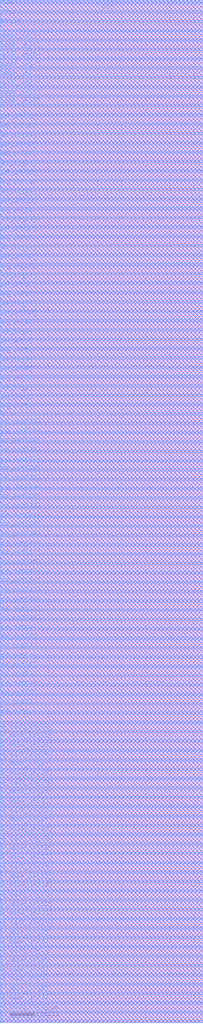
<source format=lef>
# Generated by FakeRAM 2.0
VERSION 5.7 ;
BUSBITCHARS "[]" ;
PROPERTYDEFINITIONS
  MACRO width INTEGER ;
  MACRO depth INTEGER ;
  MACRO banks INTEGER ;
END PROPERTYDEFINITIONS
MACRO fakeram7_256x32
  PROPERTY width 32 ;
  PROPERTY depth 256 ;
  PROPERTY banks 2 ;
  FOREIGN fakeram7_256x32 0 0 ;
  SYMMETRY X Y R90 ;
  SIZE 8.360 BY 42.000 ;
  CLASS BLOCK ;
  PIN w_mask_in[0]
    DIRECTION INPUT ;
    USE SIGNAL ;
    SHAPE ABUTMENT ;
    PORT
      LAYER M4 ;
      RECT 0.000 0.048 0.024 0.072 ;
    END
  END w_mask_in[0]
  PIN w_mask_in[1]
    DIRECTION INPUT ;
    USE SIGNAL ;
    SHAPE ABUTMENT ;
    PORT
      LAYER M4 ;
      RECT 0.000 0.432 0.024 0.456 ;
    END
  END w_mask_in[1]
  PIN w_mask_in[2]
    DIRECTION INPUT ;
    USE SIGNAL ;
    SHAPE ABUTMENT ;
    PORT
      LAYER M4 ;
      RECT 0.000 0.816 0.024 0.840 ;
    END
  END w_mask_in[2]
  PIN w_mask_in[3]
    DIRECTION INPUT ;
    USE SIGNAL ;
    SHAPE ABUTMENT ;
    PORT
      LAYER M4 ;
      RECT 0.000 1.200 0.024 1.224 ;
    END
  END w_mask_in[3]
  PIN w_mask_in[4]
    DIRECTION INPUT ;
    USE SIGNAL ;
    SHAPE ABUTMENT ;
    PORT
      LAYER M4 ;
      RECT 0.000 1.584 0.024 1.608 ;
    END
  END w_mask_in[4]
  PIN w_mask_in[5]
    DIRECTION INPUT ;
    USE SIGNAL ;
    SHAPE ABUTMENT ;
    PORT
      LAYER M4 ;
      RECT 0.000 1.968 0.024 1.992 ;
    END
  END w_mask_in[5]
  PIN w_mask_in[6]
    DIRECTION INPUT ;
    USE SIGNAL ;
    SHAPE ABUTMENT ;
    PORT
      LAYER M4 ;
      RECT 0.000 2.352 0.024 2.376 ;
    END
  END w_mask_in[6]
  PIN w_mask_in[7]
    DIRECTION INPUT ;
    USE SIGNAL ;
    SHAPE ABUTMENT ;
    PORT
      LAYER M4 ;
      RECT 0.000 2.736 0.024 2.760 ;
    END
  END w_mask_in[7]
  PIN w_mask_in[8]
    DIRECTION INPUT ;
    USE SIGNAL ;
    SHAPE ABUTMENT ;
    PORT
      LAYER M4 ;
      RECT 0.000 3.120 0.024 3.144 ;
    END
  END w_mask_in[8]
  PIN w_mask_in[9]
    DIRECTION INPUT ;
    USE SIGNAL ;
    SHAPE ABUTMENT ;
    PORT
      LAYER M4 ;
      RECT 0.000 3.504 0.024 3.528 ;
    END
  END w_mask_in[9]
  PIN w_mask_in[10]
    DIRECTION INPUT ;
    USE SIGNAL ;
    SHAPE ABUTMENT ;
    PORT
      LAYER M4 ;
      RECT 0.000 3.888 0.024 3.912 ;
    END
  END w_mask_in[10]
  PIN w_mask_in[11]
    DIRECTION INPUT ;
    USE SIGNAL ;
    SHAPE ABUTMENT ;
    PORT
      LAYER M4 ;
      RECT 0.000 4.272 0.024 4.296 ;
    END
  END w_mask_in[11]
  PIN w_mask_in[12]
    DIRECTION INPUT ;
    USE SIGNAL ;
    SHAPE ABUTMENT ;
    PORT
      LAYER M4 ;
      RECT 0.000 4.656 0.024 4.680 ;
    END
  END w_mask_in[12]
  PIN w_mask_in[13]
    DIRECTION INPUT ;
    USE SIGNAL ;
    SHAPE ABUTMENT ;
    PORT
      LAYER M4 ;
      RECT 0.000 5.040 0.024 5.064 ;
    END
  END w_mask_in[13]
  PIN w_mask_in[14]
    DIRECTION INPUT ;
    USE SIGNAL ;
    SHAPE ABUTMENT ;
    PORT
      LAYER M4 ;
      RECT 0.000 5.424 0.024 5.448 ;
    END
  END w_mask_in[14]
  PIN w_mask_in[15]
    DIRECTION INPUT ;
    USE SIGNAL ;
    SHAPE ABUTMENT ;
    PORT
      LAYER M4 ;
      RECT 0.000 5.808 0.024 5.832 ;
    END
  END w_mask_in[15]
  PIN w_mask_in[16]
    DIRECTION INPUT ;
    USE SIGNAL ;
    SHAPE ABUTMENT ;
    PORT
      LAYER M4 ;
      RECT 0.000 6.192 0.024 6.216 ;
    END
  END w_mask_in[16]
  PIN w_mask_in[17]
    DIRECTION INPUT ;
    USE SIGNAL ;
    SHAPE ABUTMENT ;
    PORT
      LAYER M4 ;
      RECT 0.000 6.576 0.024 6.600 ;
    END
  END w_mask_in[17]
  PIN w_mask_in[18]
    DIRECTION INPUT ;
    USE SIGNAL ;
    SHAPE ABUTMENT ;
    PORT
      LAYER M4 ;
      RECT 0.000 6.960 0.024 6.984 ;
    END
  END w_mask_in[18]
  PIN w_mask_in[19]
    DIRECTION INPUT ;
    USE SIGNAL ;
    SHAPE ABUTMENT ;
    PORT
      LAYER M4 ;
      RECT 0.000 7.344 0.024 7.368 ;
    END
  END w_mask_in[19]
  PIN w_mask_in[20]
    DIRECTION INPUT ;
    USE SIGNAL ;
    SHAPE ABUTMENT ;
    PORT
      LAYER M4 ;
      RECT 0.000 7.728 0.024 7.752 ;
    END
  END w_mask_in[20]
  PIN w_mask_in[21]
    DIRECTION INPUT ;
    USE SIGNAL ;
    SHAPE ABUTMENT ;
    PORT
      LAYER M4 ;
      RECT 0.000 8.112 0.024 8.136 ;
    END
  END w_mask_in[21]
  PIN w_mask_in[22]
    DIRECTION INPUT ;
    USE SIGNAL ;
    SHAPE ABUTMENT ;
    PORT
      LAYER M4 ;
      RECT 0.000 8.496 0.024 8.520 ;
    END
  END w_mask_in[22]
  PIN w_mask_in[23]
    DIRECTION INPUT ;
    USE SIGNAL ;
    SHAPE ABUTMENT ;
    PORT
      LAYER M4 ;
      RECT 0.000 8.880 0.024 8.904 ;
    END
  END w_mask_in[23]
  PIN w_mask_in[24]
    DIRECTION INPUT ;
    USE SIGNAL ;
    SHAPE ABUTMENT ;
    PORT
      LAYER M4 ;
      RECT 0.000 9.264 0.024 9.288 ;
    END
  END w_mask_in[24]
  PIN w_mask_in[25]
    DIRECTION INPUT ;
    USE SIGNAL ;
    SHAPE ABUTMENT ;
    PORT
      LAYER M4 ;
      RECT 0.000 9.648 0.024 9.672 ;
    END
  END w_mask_in[25]
  PIN w_mask_in[26]
    DIRECTION INPUT ;
    USE SIGNAL ;
    SHAPE ABUTMENT ;
    PORT
      LAYER M4 ;
      RECT 0.000 10.032 0.024 10.056 ;
    END
  END w_mask_in[26]
  PIN w_mask_in[27]
    DIRECTION INPUT ;
    USE SIGNAL ;
    SHAPE ABUTMENT ;
    PORT
      LAYER M4 ;
      RECT 0.000 10.416 0.024 10.440 ;
    END
  END w_mask_in[27]
  PIN w_mask_in[28]
    DIRECTION INPUT ;
    USE SIGNAL ;
    SHAPE ABUTMENT ;
    PORT
      LAYER M4 ;
      RECT 0.000 10.800 0.024 10.824 ;
    END
  END w_mask_in[28]
  PIN w_mask_in[29]
    DIRECTION INPUT ;
    USE SIGNAL ;
    SHAPE ABUTMENT ;
    PORT
      LAYER M4 ;
      RECT 0.000 11.184 0.024 11.208 ;
    END
  END w_mask_in[29]
  PIN w_mask_in[30]
    DIRECTION INPUT ;
    USE SIGNAL ;
    SHAPE ABUTMENT ;
    PORT
      LAYER M4 ;
      RECT 0.000 11.568 0.024 11.592 ;
    END
  END w_mask_in[30]
  PIN w_mask_in[31]
    DIRECTION INPUT ;
    USE SIGNAL ;
    SHAPE ABUTMENT ;
    PORT
      LAYER M4 ;
      RECT 0.000 11.952 0.024 11.976 ;
    END
  END w_mask_in[31]
  PIN rd_out[0]
    DIRECTION OUTPUT ;
    USE SIGNAL ;
    SHAPE ABUTMENT ;
    PORT
      LAYER M4 ;
      RECT 0.000 12.576 0.024 12.600 ;
    END
  END rd_out[0]
  PIN rd_out[1]
    DIRECTION OUTPUT ;
    USE SIGNAL ;
    SHAPE ABUTMENT ;
    PORT
      LAYER M4 ;
      RECT 0.000 12.960 0.024 12.984 ;
    END
  END rd_out[1]
  PIN rd_out[2]
    DIRECTION OUTPUT ;
    USE SIGNAL ;
    SHAPE ABUTMENT ;
    PORT
      LAYER M4 ;
      RECT 0.000 13.344 0.024 13.368 ;
    END
  END rd_out[2]
  PIN rd_out[3]
    DIRECTION OUTPUT ;
    USE SIGNAL ;
    SHAPE ABUTMENT ;
    PORT
      LAYER M4 ;
      RECT 0.000 13.728 0.024 13.752 ;
    END
  END rd_out[3]
  PIN rd_out[4]
    DIRECTION OUTPUT ;
    USE SIGNAL ;
    SHAPE ABUTMENT ;
    PORT
      LAYER M4 ;
      RECT 0.000 14.112 0.024 14.136 ;
    END
  END rd_out[4]
  PIN rd_out[5]
    DIRECTION OUTPUT ;
    USE SIGNAL ;
    SHAPE ABUTMENT ;
    PORT
      LAYER M4 ;
      RECT 0.000 14.496 0.024 14.520 ;
    END
  END rd_out[5]
  PIN rd_out[6]
    DIRECTION OUTPUT ;
    USE SIGNAL ;
    SHAPE ABUTMENT ;
    PORT
      LAYER M4 ;
      RECT 0.000 14.880 0.024 14.904 ;
    END
  END rd_out[6]
  PIN rd_out[7]
    DIRECTION OUTPUT ;
    USE SIGNAL ;
    SHAPE ABUTMENT ;
    PORT
      LAYER M4 ;
      RECT 0.000 15.264 0.024 15.288 ;
    END
  END rd_out[7]
  PIN rd_out[8]
    DIRECTION OUTPUT ;
    USE SIGNAL ;
    SHAPE ABUTMENT ;
    PORT
      LAYER M4 ;
      RECT 0.000 15.648 0.024 15.672 ;
    END
  END rd_out[8]
  PIN rd_out[9]
    DIRECTION OUTPUT ;
    USE SIGNAL ;
    SHAPE ABUTMENT ;
    PORT
      LAYER M4 ;
      RECT 0.000 16.032 0.024 16.056 ;
    END
  END rd_out[9]
  PIN rd_out[10]
    DIRECTION OUTPUT ;
    USE SIGNAL ;
    SHAPE ABUTMENT ;
    PORT
      LAYER M4 ;
      RECT 0.000 16.416 0.024 16.440 ;
    END
  END rd_out[10]
  PIN rd_out[11]
    DIRECTION OUTPUT ;
    USE SIGNAL ;
    SHAPE ABUTMENT ;
    PORT
      LAYER M4 ;
      RECT 0.000 16.800 0.024 16.824 ;
    END
  END rd_out[11]
  PIN rd_out[12]
    DIRECTION OUTPUT ;
    USE SIGNAL ;
    SHAPE ABUTMENT ;
    PORT
      LAYER M4 ;
      RECT 0.000 17.184 0.024 17.208 ;
    END
  END rd_out[12]
  PIN rd_out[13]
    DIRECTION OUTPUT ;
    USE SIGNAL ;
    SHAPE ABUTMENT ;
    PORT
      LAYER M4 ;
      RECT 0.000 17.568 0.024 17.592 ;
    END
  END rd_out[13]
  PIN rd_out[14]
    DIRECTION OUTPUT ;
    USE SIGNAL ;
    SHAPE ABUTMENT ;
    PORT
      LAYER M4 ;
      RECT 0.000 17.952 0.024 17.976 ;
    END
  END rd_out[14]
  PIN rd_out[15]
    DIRECTION OUTPUT ;
    USE SIGNAL ;
    SHAPE ABUTMENT ;
    PORT
      LAYER M4 ;
      RECT 0.000 18.336 0.024 18.360 ;
    END
  END rd_out[15]
  PIN rd_out[16]
    DIRECTION OUTPUT ;
    USE SIGNAL ;
    SHAPE ABUTMENT ;
    PORT
      LAYER M4 ;
      RECT 0.000 18.720 0.024 18.744 ;
    END
  END rd_out[16]
  PIN rd_out[17]
    DIRECTION OUTPUT ;
    USE SIGNAL ;
    SHAPE ABUTMENT ;
    PORT
      LAYER M4 ;
      RECT 0.000 19.104 0.024 19.128 ;
    END
  END rd_out[17]
  PIN rd_out[18]
    DIRECTION OUTPUT ;
    USE SIGNAL ;
    SHAPE ABUTMENT ;
    PORT
      LAYER M4 ;
      RECT 0.000 19.488 0.024 19.512 ;
    END
  END rd_out[18]
  PIN rd_out[19]
    DIRECTION OUTPUT ;
    USE SIGNAL ;
    SHAPE ABUTMENT ;
    PORT
      LAYER M4 ;
      RECT 0.000 19.872 0.024 19.896 ;
    END
  END rd_out[19]
  PIN rd_out[20]
    DIRECTION OUTPUT ;
    USE SIGNAL ;
    SHAPE ABUTMENT ;
    PORT
      LAYER M4 ;
      RECT 0.000 20.256 0.024 20.280 ;
    END
  END rd_out[20]
  PIN rd_out[21]
    DIRECTION OUTPUT ;
    USE SIGNAL ;
    SHAPE ABUTMENT ;
    PORT
      LAYER M4 ;
      RECT 0.000 20.640 0.024 20.664 ;
    END
  END rd_out[21]
  PIN rd_out[22]
    DIRECTION OUTPUT ;
    USE SIGNAL ;
    SHAPE ABUTMENT ;
    PORT
      LAYER M4 ;
      RECT 0.000 21.024 0.024 21.048 ;
    END
  END rd_out[22]
  PIN rd_out[23]
    DIRECTION OUTPUT ;
    USE SIGNAL ;
    SHAPE ABUTMENT ;
    PORT
      LAYER M4 ;
      RECT 0.000 21.408 0.024 21.432 ;
    END
  END rd_out[23]
  PIN rd_out[24]
    DIRECTION OUTPUT ;
    USE SIGNAL ;
    SHAPE ABUTMENT ;
    PORT
      LAYER M4 ;
      RECT 0.000 21.792 0.024 21.816 ;
    END
  END rd_out[24]
  PIN rd_out[25]
    DIRECTION OUTPUT ;
    USE SIGNAL ;
    SHAPE ABUTMENT ;
    PORT
      LAYER M4 ;
      RECT 0.000 22.176 0.024 22.200 ;
    END
  END rd_out[25]
  PIN rd_out[26]
    DIRECTION OUTPUT ;
    USE SIGNAL ;
    SHAPE ABUTMENT ;
    PORT
      LAYER M4 ;
      RECT 0.000 22.560 0.024 22.584 ;
    END
  END rd_out[26]
  PIN rd_out[27]
    DIRECTION OUTPUT ;
    USE SIGNAL ;
    SHAPE ABUTMENT ;
    PORT
      LAYER M4 ;
      RECT 0.000 22.944 0.024 22.968 ;
    END
  END rd_out[27]
  PIN rd_out[28]
    DIRECTION OUTPUT ;
    USE SIGNAL ;
    SHAPE ABUTMENT ;
    PORT
      LAYER M4 ;
      RECT 0.000 23.328 0.024 23.352 ;
    END
  END rd_out[28]
  PIN rd_out[29]
    DIRECTION OUTPUT ;
    USE SIGNAL ;
    SHAPE ABUTMENT ;
    PORT
      LAYER M4 ;
      RECT 0.000 23.712 0.024 23.736 ;
    END
  END rd_out[29]
  PIN rd_out[30]
    DIRECTION OUTPUT ;
    USE SIGNAL ;
    SHAPE ABUTMENT ;
    PORT
      LAYER M4 ;
      RECT 0.000 24.096 0.024 24.120 ;
    END
  END rd_out[30]
  PIN rd_out[31]
    DIRECTION OUTPUT ;
    USE SIGNAL ;
    SHAPE ABUTMENT ;
    PORT
      LAYER M4 ;
      RECT 0.000 24.480 0.024 24.504 ;
    END
  END rd_out[31]
  PIN wd_in[0]
    DIRECTION INPUT ;
    USE SIGNAL ;
    SHAPE ABUTMENT ;
    PORT
      LAYER M4 ;
      RECT 0.000 25.104 0.024 25.128 ;
    END
  END wd_in[0]
  PIN wd_in[1]
    DIRECTION INPUT ;
    USE SIGNAL ;
    SHAPE ABUTMENT ;
    PORT
      LAYER M4 ;
      RECT 0.000 25.488 0.024 25.512 ;
    END
  END wd_in[1]
  PIN wd_in[2]
    DIRECTION INPUT ;
    USE SIGNAL ;
    SHAPE ABUTMENT ;
    PORT
      LAYER M4 ;
      RECT 0.000 25.872 0.024 25.896 ;
    END
  END wd_in[2]
  PIN wd_in[3]
    DIRECTION INPUT ;
    USE SIGNAL ;
    SHAPE ABUTMENT ;
    PORT
      LAYER M4 ;
      RECT 0.000 26.256 0.024 26.280 ;
    END
  END wd_in[3]
  PIN wd_in[4]
    DIRECTION INPUT ;
    USE SIGNAL ;
    SHAPE ABUTMENT ;
    PORT
      LAYER M4 ;
      RECT 0.000 26.640 0.024 26.664 ;
    END
  END wd_in[4]
  PIN wd_in[5]
    DIRECTION INPUT ;
    USE SIGNAL ;
    SHAPE ABUTMENT ;
    PORT
      LAYER M4 ;
      RECT 0.000 27.024 0.024 27.048 ;
    END
  END wd_in[5]
  PIN wd_in[6]
    DIRECTION INPUT ;
    USE SIGNAL ;
    SHAPE ABUTMENT ;
    PORT
      LAYER M4 ;
      RECT 0.000 27.408 0.024 27.432 ;
    END
  END wd_in[6]
  PIN wd_in[7]
    DIRECTION INPUT ;
    USE SIGNAL ;
    SHAPE ABUTMENT ;
    PORT
      LAYER M4 ;
      RECT 0.000 27.792 0.024 27.816 ;
    END
  END wd_in[7]
  PIN wd_in[8]
    DIRECTION INPUT ;
    USE SIGNAL ;
    SHAPE ABUTMENT ;
    PORT
      LAYER M4 ;
      RECT 0.000 28.176 0.024 28.200 ;
    END
  END wd_in[8]
  PIN wd_in[9]
    DIRECTION INPUT ;
    USE SIGNAL ;
    SHAPE ABUTMENT ;
    PORT
      LAYER M4 ;
      RECT 0.000 28.560 0.024 28.584 ;
    END
  END wd_in[9]
  PIN wd_in[10]
    DIRECTION INPUT ;
    USE SIGNAL ;
    SHAPE ABUTMENT ;
    PORT
      LAYER M4 ;
      RECT 0.000 28.944 0.024 28.968 ;
    END
  END wd_in[10]
  PIN wd_in[11]
    DIRECTION INPUT ;
    USE SIGNAL ;
    SHAPE ABUTMENT ;
    PORT
      LAYER M4 ;
      RECT 0.000 29.328 0.024 29.352 ;
    END
  END wd_in[11]
  PIN wd_in[12]
    DIRECTION INPUT ;
    USE SIGNAL ;
    SHAPE ABUTMENT ;
    PORT
      LAYER M4 ;
      RECT 0.000 29.712 0.024 29.736 ;
    END
  END wd_in[12]
  PIN wd_in[13]
    DIRECTION INPUT ;
    USE SIGNAL ;
    SHAPE ABUTMENT ;
    PORT
      LAYER M4 ;
      RECT 0.000 30.096 0.024 30.120 ;
    END
  END wd_in[13]
  PIN wd_in[14]
    DIRECTION INPUT ;
    USE SIGNAL ;
    SHAPE ABUTMENT ;
    PORT
      LAYER M4 ;
      RECT 0.000 30.480 0.024 30.504 ;
    END
  END wd_in[14]
  PIN wd_in[15]
    DIRECTION INPUT ;
    USE SIGNAL ;
    SHAPE ABUTMENT ;
    PORT
      LAYER M4 ;
      RECT 0.000 30.864 0.024 30.888 ;
    END
  END wd_in[15]
  PIN wd_in[16]
    DIRECTION INPUT ;
    USE SIGNAL ;
    SHAPE ABUTMENT ;
    PORT
      LAYER M4 ;
      RECT 0.000 31.248 0.024 31.272 ;
    END
  END wd_in[16]
  PIN wd_in[17]
    DIRECTION INPUT ;
    USE SIGNAL ;
    SHAPE ABUTMENT ;
    PORT
      LAYER M4 ;
      RECT 0.000 31.632 0.024 31.656 ;
    END
  END wd_in[17]
  PIN wd_in[18]
    DIRECTION INPUT ;
    USE SIGNAL ;
    SHAPE ABUTMENT ;
    PORT
      LAYER M4 ;
      RECT 0.000 32.016 0.024 32.040 ;
    END
  END wd_in[18]
  PIN wd_in[19]
    DIRECTION INPUT ;
    USE SIGNAL ;
    SHAPE ABUTMENT ;
    PORT
      LAYER M4 ;
      RECT 0.000 32.400 0.024 32.424 ;
    END
  END wd_in[19]
  PIN wd_in[20]
    DIRECTION INPUT ;
    USE SIGNAL ;
    SHAPE ABUTMENT ;
    PORT
      LAYER M4 ;
      RECT 0.000 32.784 0.024 32.808 ;
    END
  END wd_in[20]
  PIN wd_in[21]
    DIRECTION INPUT ;
    USE SIGNAL ;
    SHAPE ABUTMENT ;
    PORT
      LAYER M4 ;
      RECT 0.000 33.168 0.024 33.192 ;
    END
  END wd_in[21]
  PIN wd_in[22]
    DIRECTION INPUT ;
    USE SIGNAL ;
    SHAPE ABUTMENT ;
    PORT
      LAYER M4 ;
      RECT 0.000 33.552 0.024 33.576 ;
    END
  END wd_in[22]
  PIN wd_in[23]
    DIRECTION INPUT ;
    USE SIGNAL ;
    SHAPE ABUTMENT ;
    PORT
      LAYER M4 ;
      RECT 0.000 33.936 0.024 33.960 ;
    END
  END wd_in[23]
  PIN wd_in[24]
    DIRECTION INPUT ;
    USE SIGNAL ;
    SHAPE ABUTMENT ;
    PORT
      LAYER M4 ;
      RECT 0.000 34.320 0.024 34.344 ;
    END
  END wd_in[24]
  PIN wd_in[25]
    DIRECTION INPUT ;
    USE SIGNAL ;
    SHAPE ABUTMENT ;
    PORT
      LAYER M4 ;
      RECT 0.000 34.704 0.024 34.728 ;
    END
  END wd_in[25]
  PIN wd_in[26]
    DIRECTION INPUT ;
    USE SIGNAL ;
    SHAPE ABUTMENT ;
    PORT
      LAYER M4 ;
      RECT 0.000 35.088 0.024 35.112 ;
    END
  END wd_in[26]
  PIN wd_in[27]
    DIRECTION INPUT ;
    USE SIGNAL ;
    SHAPE ABUTMENT ;
    PORT
      LAYER M4 ;
      RECT 0.000 35.472 0.024 35.496 ;
    END
  END wd_in[27]
  PIN wd_in[28]
    DIRECTION INPUT ;
    USE SIGNAL ;
    SHAPE ABUTMENT ;
    PORT
      LAYER M4 ;
      RECT 0.000 35.856 0.024 35.880 ;
    END
  END wd_in[28]
  PIN wd_in[29]
    DIRECTION INPUT ;
    USE SIGNAL ;
    SHAPE ABUTMENT ;
    PORT
      LAYER M4 ;
      RECT 0.000 36.240 0.024 36.264 ;
    END
  END wd_in[29]
  PIN wd_in[30]
    DIRECTION INPUT ;
    USE SIGNAL ;
    SHAPE ABUTMENT ;
    PORT
      LAYER M4 ;
      RECT 0.000 36.624 0.024 36.648 ;
    END
  END wd_in[30]
  PIN wd_in[31]
    DIRECTION INPUT ;
    USE SIGNAL ;
    SHAPE ABUTMENT ;
    PORT
      LAYER M4 ;
      RECT 0.000 37.008 0.024 37.032 ;
    END
  END wd_in[31]
  PIN addr_in[0]
    DIRECTION INPUT ;
    USE SIGNAL ;
    SHAPE ABUTMENT ;
    PORT
      LAYER M4 ;
      RECT 0.000 37.632 0.024 37.656 ;
    END
  END addr_in[0]
  PIN addr_in[1]
    DIRECTION INPUT ;
    USE SIGNAL ;
    SHAPE ABUTMENT ;
    PORT
      LAYER M4 ;
      RECT 0.000 38.016 0.024 38.040 ;
    END
  END addr_in[1]
  PIN addr_in[2]
    DIRECTION INPUT ;
    USE SIGNAL ;
    SHAPE ABUTMENT ;
    PORT
      LAYER M4 ;
      RECT 0.000 38.400 0.024 38.424 ;
    END
  END addr_in[2]
  PIN addr_in[3]
    DIRECTION INPUT ;
    USE SIGNAL ;
    SHAPE ABUTMENT ;
    PORT
      LAYER M4 ;
      RECT 0.000 38.784 0.024 38.808 ;
    END
  END addr_in[3]
  PIN addr_in[4]
    DIRECTION INPUT ;
    USE SIGNAL ;
    SHAPE ABUTMENT ;
    PORT
      LAYER M4 ;
      RECT 0.000 39.168 0.024 39.192 ;
    END
  END addr_in[4]
  PIN addr_in[5]
    DIRECTION INPUT ;
    USE SIGNAL ;
    SHAPE ABUTMENT ;
    PORT
      LAYER M4 ;
      RECT 0.000 39.552 0.024 39.576 ;
    END
  END addr_in[5]
  PIN addr_in[6]
    DIRECTION INPUT ;
    USE SIGNAL ;
    SHAPE ABUTMENT ;
    PORT
      LAYER M4 ;
      RECT 0.000 39.936 0.024 39.960 ;
    END
  END addr_in[6]
  PIN addr_in[7]
    DIRECTION INPUT ;
    USE SIGNAL ;
    SHAPE ABUTMENT ;
    PORT
      LAYER M4 ;
      RECT 0.000 40.320 0.024 40.344 ;
    END
  END addr_in[7]
  PIN we_in
    DIRECTION INPUT ;
    USE SIGNAL ;
    SHAPE ABUTMENT ;
    PORT
      LAYER M4 ;
      RECT 0.000 40.944 0.024 40.968 ;
    END
  END we_in
  PIN ce_in
    DIRECTION INPUT ;
    USE SIGNAL ;
    SHAPE ABUTMENT ;
    PORT
      LAYER M4 ;
      RECT 0.000 41.328 0.024 41.352 ;
    END
  END ce_in
  PIN clk
    DIRECTION INPUT ;
    USE SIGNAL ;
    SHAPE ABUTMENT ;
    PORT
      LAYER M4 ;
      RECT 0.000 41.712 0.024 41.736 ;
    END
  END clk
  PIN VSS
    DIRECTION INOUT ;
    USE GROUND ;
    PORT
      LAYER M4 ;
      RECT 0.048 0.000 8.312 0.096 ;
      RECT 0.048 0.768 8.312 0.864 ;
      RECT 0.048 1.536 8.312 1.632 ;
      RECT 0.048 2.304 8.312 2.400 ;
      RECT 0.048 3.072 8.312 3.168 ;
      RECT 0.048 3.840 8.312 3.936 ;
      RECT 0.048 4.608 8.312 4.704 ;
      RECT 0.048 5.376 8.312 5.472 ;
      RECT 0.048 6.144 8.312 6.240 ;
      RECT 0.048 6.912 8.312 7.008 ;
      RECT 0.048 7.680 8.312 7.776 ;
      RECT 0.048 8.448 8.312 8.544 ;
      RECT 0.048 9.216 8.312 9.312 ;
      RECT 0.048 9.984 8.312 10.080 ;
      RECT 0.048 10.752 8.312 10.848 ;
      RECT 0.048 11.520 8.312 11.616 ;
      RECT 0.048 12.288 8.312 12.384 ;
      RECT 0.048 13.056 8.312 13.152 ;
      RECT 0.048 13.824 8.312 13.920 ;
      RECT 0.048 14.592 8.312 14.688 ;
      RECT 0.048 15.360 8.312 15.456 ;
      RECT 0.048 16.128 8.312 16.224 ;
      RECT 0.048 16.896 8.312 16.992 ;
      RECT 0.048 17.664 8.312 17.760 ;
      RECT 0.048 18.432 8.312 18.528 ;
      RECT 0.048 19.200 8.312 19.296 ;
      RECT 0.048 19.968 8.312 20.064 ;
      RECT 0.048 20.736 8.312 20.832 ;
      RECT 0.048 21.504 8.312 21.600 ;
      RECT 0.048 22.272 8.312 22.368 ;
      RECT 0.048 23.040 8.312 23.136 ;
      RECT 0.048 23.808 8.312 23.904 ;
      RECT 0.048 24.576 8.312 24.672 ;
      RECT 0.048 25.344 8.312 25.440 ;
      RECT 0.048 26.112 8.312 26.208 ;
      RECT 0.048 26.880 8.312 26.976 ;
      RECT 0.048 27.648 8.312 27.744 ;
      RECT 0.048 28.416 8.312 28.512 ;
      RECT 0.048 29.184 8.312 29.280 ;
      RECT 0.048 29.952 8.312 30.048 ;
      RECT 0.048 30.720 8.312 30.816 ;
      RECT 0.048 31.488 8.312 31.584 ;
      RECT 0.048 32.256 8.312 32.352 ;
      RECT 0.048 33.024 8.312 33.120 ;
      RECT 0.048 33.792 8.312 33.888 ;
      RECT 0.048 34.560 8.312 34.656 ;
      RECT 0.048 35.328 8.312 35.424 ;
      RECT 0.048 36.096 8.312 36.192 ;
      RECT 0.048 36.864 8.312 36.960 ;
      RECT 0.048 37.632 8.312 37.728 ;
      RECT 0.048 38.400 8.312 38.496 ;
      RECT 0.048 39.168 8.312 39.264 ;
      RECT 0.048 39.936 8.312 40.032 ;
      RECT 0.048 40.704 8.312 40.800 ;
      RECT 0.048 41.472 8.312 41.568 ;
    END
  END VSS
  PIN VDD
    DIRECTION INOUT ;
    USE POWER ;
    PORT
      LAYER M4 ;
      RECT 0.048 0.384 8.312 0.480 ;
      RECT 0.048 1.152 8.312 1.248 ;
      RECT 0.048 1.920 8.312 2.016 ;
      RECT 0.048 2.688 8.312 2.784 ;
      RECT 0.048 3.456 8.312 3.552 ;
      RECT 0.048 4.224 8.312 4.320 ;
      RECT 0.048 4.992 8.312 5.088 ;
      RECT 0.048 5.760 8.312 5.856 ;
      RECT 0.048 6.528 8.312 6.624 ;
      RECT 0.048 7.296 8.312 7.392 ;
      RECT 0.048 8.064 8.312 8.160 ;
      RECT 0.048 8.832 8.312 8.928 ;
      RECT 0.048 9.600 8.312 9.696 ;
      RECT 0.048 10.368 8.312 10.464 ;
      RECT 0.048 11.136 8.312 11.232 ;
      RECT 0.048 11.904 8.312 12.000 ;
      RECT 0.048 12.672 8.312 12.768 ;
      RECT 0.048 13.440 8.312 13.536 ;
      RECT 0.048 14.208 8.312 14.304 ;
      RECT 0.048 14.976 8.312 15.072 ;
      RECT 0.048 15.744 8.312 15.840 ;
      RECT 0.048 16.512 8.312 16.608 ;
      RECT 0.048 17.280 8.312 17.376 ;
      RECT 0.048 18.048 8.312 18.144 ;
      RECT 0.048 18.816 8.312 18.912 ;
      RECT 0.048 19.584 8.312 19.680 ;
      RECT 0.048 20.352 8.312 20.448 ;
      RECT 0.048 21.120 8.312 21.216 ;
      RECT 0.048 21.888 8.312 21.984 ;
      RECT 0.048 22.656 8.312 22.752 ;
      RECT 0.048 23.424 8.312 23.520 ;
      RECT 0.048 24.192 8.312 24.288 ;
      RECT 0.048 24.960 8.312 25.056 ;
      RECT 0.048 25.728 8.312 25.824 ;
      RECT 0.048 26.496 8.312 26.592 ;
      RECT 0.048 27.264 8.312 27.360 ;
      RECT 0.048 28.032 8.312 28.128 ;
      RECT 0.048 28.800 8.312 28.896 ;
      RECT 0.048 29.568 8.312 29.664 ;
      RECT 0.048 30.336 8.312 30.432 ;
      RECT 0.048 31.104 8.312 31.200 ;
      RECT 0.048 31.872 8.312 31.968 ;
      RECT 0.048 32.640 8.312 32.736 ;
      RECT 0.048 33.408 8.312 33.504 ;
      RECT 0.048 34.176 8.312 34.272 ;
      RECT 0.048 34.944 8.312 35.040 ;
      RECT 0.048 35.712 8.312 35.808 ;
      RECT 0.048 36.480 8.312 36.576 ;
      RECT 0.048 37.248 8.312 37.344 ;
      RECT 0.048 38.016 8.312 38.112 ;
      RECT 0.048 38.784 8.312 38.880 ;
      RECT 0.048 39.552 8.312 39.648 ;
      RECT 0.048 40.320 8.312 40.416 ;
      RECT 0.048 41.088 8.312 41.184 ;
      RECT 0.048 41.856 8.312 41.952 ;
    END
  END VDD
  OBS
    LAYER M1 ;
    RECT 0 0 8.360 42.000 ;
    LAYER M2 ;
    RECT 0 0 8.360 42.000 ;
    LAYER M3 ;
    RECT 0 0 8.360 42.000 ;
    LAYER M4 ;
    RECT 0 0 8.360 42.000 ;
  END
END fakeram7_256x32

END LIBRARY

</source>
